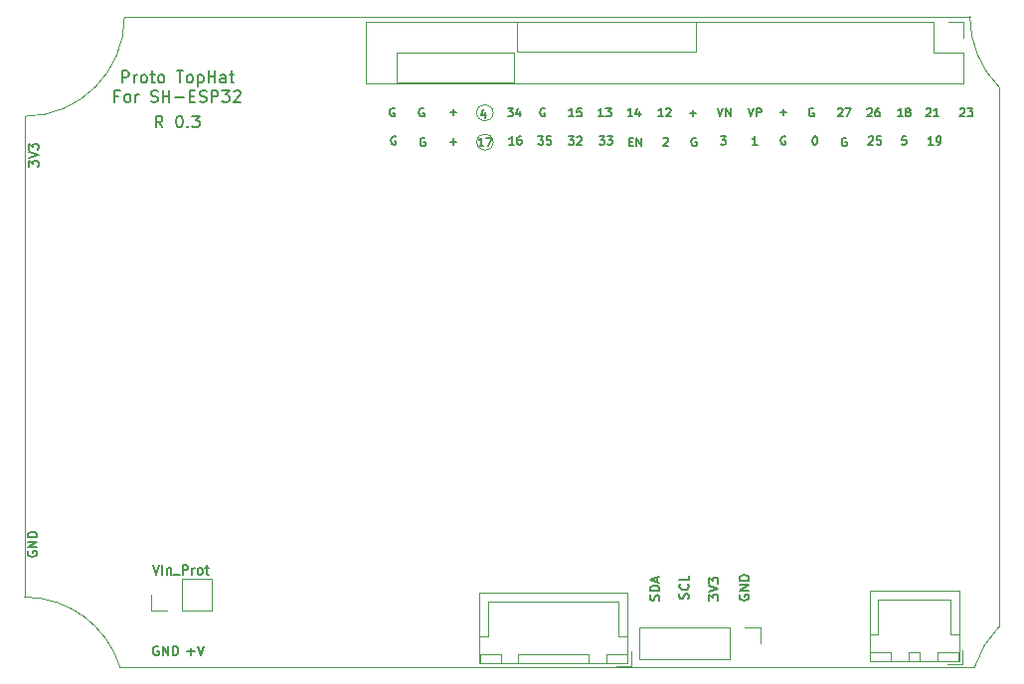
<source format=gbr>
%TF.GenerationSoftware,KiCad,Pcbnew,(5.1.9-0-10_14)*%
%TF.CreationDate,2021-01-29T17:32:38+02:00*%
%TF.ProjectId,SH-ESP32-HAT-Proto,53482d45-5350-4333-922d-4841542d5072,0.1.0*%
%TF.SameCoordinates,Original*%
%TF.FileFunction,Legend,Top*%
%TF.FilePolarity,Positive*%
%FSLAX46Y46*%
G04 Gerber Fmt 4.6, Leading zero omitted, Abs format (unit mm)*
G04 Created by KiCad (PCBNEW (5.1.9-0-10_14)) date 2021-01-29 17:32:38*
%MOMM*%
%LPD*%
G01*
G04 APERTURE LIST*
%TA.AperFunction,Profile*%
%ADD10C,0.050000*%
%TD*%
%ADD11C,0.160000*%
%ADD12C,0.120000*%
G04 APERTURE END LIST*
D10*
X171989592Y-63010408D02*
X172000000Y-109000000D01*
D11*
X149900000Y-106309523D02*
X149861904Y-106385714D01*
X149861904Y-106500000D01*
X149900000Y-106614285D01*
X149976190Y-106690476D01*
X150052380Y-106728571D01*
X150204761Y-106766666D01*
X150319047Y-106766666D01*
X150471428Y-106728571D01*
X150547619Y-106690476D01*
X150623809Y-106614285D01*
X150661904Y-106500000D01*
X150661904Y-106423809D01*
X150623809Y-106309523D01*
X150585714Y-106271428D01*
X150319047Y-106271428D01*
X150319047Y-106423809D01*
X150661904Y-105928571D02*
X149861904Y-105928571D01*
X150661904Y-105471428D01*
X149861904Y-105471428D01*
X150661904Y-105090476D02*
X149861904Y-105090476D01*
X149861904Y-104900000D01*
X149900000Y-104785714D01*
X149976190Y-104709523D01*
X150052380Y-104671428D01*
X150204761Y-104633333D01*
X150319047Y-104633333D01*
X150471428Y-104671428D01*
X150547619Y-104709523D01*
X150623809Y-104785714D01*
X150661904Y-104900000D01*
X150661904Y-105090476D01*
X147261904Y-106790476D02*
X147261904Y-106295238D01*
X147566666Y-106561904D01*
X147566666Y-106447619D01*
X147604761Y-106371428D01*
X147642857Y-106333333D01*
X147719047Y-106295238D01*
X147909523Y-106295238D01*
X147985714Y-106333333D01*
X148023809Y-106371428D01*
X148061904Y-106447619D01*
X148061904Y-106676190D01*
X148023809Y-106752380D01*
X147985714Y-106790476D01*
X147261904Y-106066666D02*
X148061904Y-105800000D01*
X147261904Y-105533333D01*
X147261904Y-105342857D02*
X147261904Y-104847619D01*
X147566666Y-105114285D01*
X147566666Y-105000000D01*
X147604761Y-104923809D01*
X147642857Y-104885714D01*
X147719047Y-104847619D01*
X147909523Y-104847619D01*
X147985714Y-104885714D01*
X148023809Y-104923809D01*
X148061904Y-105000000D01*
X148061904Y-105228571D01*
X148023809Y-105304761D01*
X147985714Y-105342857D01*
X145523809Y-106652380D02*
X145561904Y-106538095D01*
X145561904Y-106347619D01*
X145523809Y-106271428D01*
X145485714Y-106233333D01*
X145409523Y-106195238D01*
X145333333Y-106195238D01*
X145257142Y-106233333D01*
X145219047Y-106271428D01*
X145180952Y-106347619D01*
X145142857Y-106500000D01*
X145104761Y-106576190D01*
X145066666Y-106614285D01*
X144990476Y-106652380D01*
X144914285Y-106652380D01*
X144838095Y-106614285D01*
X144800000Y-106576190D01*
X144761904Y-106500000D01*
X144761904Y-106309523D01*
X144800000Y-106195238D01*
X145485714Y-105395238D02*
X145523809Y-105433333D01*
X145561904Y-105547619D01*
X145561904Y-105623809D01*
X145523809Y-105738095D01*
X145447619Y-105814285D01*
X145371428Y-105852380D01*
X145219047Y-105890476D01*
X145104761Y-105890476D01*
X144952380Y-105852380D01*
X144876190Y-105814285D01*
X144800000Y-105738095D01*
X144761904Y-105623809D01*
X144761904Y-105547619D01*
X144800000Y-105433333D01*
X144838095Y-105395238D01*
X145561904Y-104671428D02*
X145561904Y-105052380D01*
X144761904Y-105052380D01*
X143023809Y-106771428D02*
X143061904Y-106657142D01*
X143061904Y-106466666D01*
X143023809Y-106390476D01*
X142985714Y-106352380D01*
X142909523Y-106314285D01*
X142833333Y-106314285D01*
X142757142Y-106352380D01*
X142719047Y-106390476D01*
X142680952Y-106466666D01*
X142642857Y-106619047D01*
X142604761Y-106695238D01*
X142566666Y-106733333D01*
X142490476Y-106771428D01*
X142414285Y-106771428D01*
X142338095Y-106733333D01*
X142300000Y-106695238D01*
X142261904Y-106619047D01*
X142261904Y-106428571D01*
X142300000Y-106314285D01*
X143061904Y-105971428D02*
X142261904Y-105971428D01*
X142261904Y-105780952D01*
X142300000Y-105666666D01*
X142376190Y-105590476D01*
X142452380Y-105552380D01*
X142604761Y-105514285D01*
X142719047Y-105514285D01*
X142871428Y-105552380D01*
X142947619Y-105590476D01*
X143023809Y-105666666D01*
X143061904Y-105780952D01*
X143061904Y-105971428D01*
X142833333Y-105209523D02*
X142833333Y-104828571D01*
X143061904Y-105285714D02*
X142261904Y-105019047D01*
X143061904Y-104752380D01*
D10*
X89000000Y-106499081D02*
G75*
G02*
X97125000Y-112500000I0J-8500919D01*
G01*
D11*
X128233333Y-65150000D02*
X128233333Y-65616666D01*
X128066666Y-64883333D02*
X127900000Y-65383333D01*
X128333333Y-65383333D01*
X130133333Y-64816666D02*
X130566666Y-64816666D01*
X130333333Y-65083333D01*
X130433333Y-65083333D01*
X130500000Y-65116666D01*
X130533333Y-65150000D01*
X130566666Y-65216666D01*
X130566666Y-65383333D01*
X130533333Y-65450000D01*
X130500000Y-65483333D01*
X130433333Y-65516666D01*
X130233333Y-65516666D01*
X130166666Y-65483333D01*
X130133333Y-65450000D01*
X131166666Y-65050000D02*
X131166666Y-65516666D01*
X131000000Y-64783333D02*
X130833333Y-65283333D01*
X131266666Y-65283333D01*
X148000000Y-64816666D02*
X148233333Y-65516666D01*
X148466666Y-64816666D01*
X148700000Y-65516666D02*
X148700000Y-64816666D01*
X149100000Y-65516666D01*
X149100000Y-64816666D01*
X156183333Y-64850000D02*
X156116666Y-64816666D01*
X156016666Y-64816666D01*
X155916666Y-64850000D01*
X155850000Y-64916666D01*
X155816666Y-64983333D01*
X155783333Y-65116666D01*
X155783333Y-65216666D01*
X155816666Y-65350000D01*
X155850000Y-65416666D01*
X155916666Y-65483333D01*
X156016666Y-65516666D01*
X156083333Y-65516666D01*
X156183333Y-65483333D01*
X156216666Y-65450000D01*
X156216666Y-65216666D01*
X156083333Y-65216666D01*
X150616666Y-64816666D02*
X150850000Y-65516666D01*
X151083333Y-64816666D01*
X151316666Y-65516666D02*
X151316666Y-64816666D01*
X151583333Y-64816666D01*
X151650000Y-64850000D01*
X151683333Y-64883333D01*
X151716666Y-64950000D01*
X151716666Y-65050000D01*
X151683333Y-65116666D01*
X151650000Y-65150000D01*
X151583333Y-65183333D01*
X151316666Y-65183333D01*
X160766666Y-64883333D02*
X160800000Y-64850000D01*
X160866666Y-64816666D01*
X161033333Y-64816666D01*
X161100000Y-64850000D01*
X161133333Y-64883333D01*
X161166666Y-64950000D01*
X161166666Y-65016666D01*
X161133333Y-65116666D01*
X160733333Y-65516666D01*
X161166666Y-65516666D01*
X161766666Y-64816666D02*
X161633333Y-64816666D01*
X161566666Y-64850000D01*
X161533333Y-64883333D01*
X161466666Y-64983333D01*
X161433333Y-65116666D01*
X161433333Y-65383333D01*
X161466666Y-65450000D01*
X161500000Y-65483333D01*
X161566666Y-65516666D01*
X161700000Y-65516666D01*
X161766666Y-65483333D01*
X161800000Y-65450000D01*
X161833333Y-65383333D01*
X161833333Y-65216666D01*
X161800000Y-65150000D01*
X161766666Y-65116666D01*
X161700000Y-65083333D01*
X161566666Y-65083333D01*
X161500000Y-65116666D01*
X161466666Y-65150000D01*
X161433333Y-65216666D01*
X143366666Y-65516666D02*
X142966666Y-65516666D01*
X143166666Y-65516666D02*
X143166666Y-64816666D01*
X143100000Y-64916666D01*
X143033333Y-64983333D01*
X142966666Y-65016666D01*
X143633333Y-64883333D02*
X143666666Y-64850000D01*
X143733333Y-64816666D01*
X143900000Y-64816666D01*
X143966666Y-64850000D01*
X144000000Y-64883333D01*
X144033333Y-64950000D01*
X144033333Y-65016666D01*
X144000000Y-65116666D01*
X143600000Y-65516666D01*
X144033333Y-65516666D01*
X145633333Y-65250000D02*
X146166666Y-65250000D01*
X145900000Y-65516666D02*
X145900000Y-64983333D01*
X138266666Y-65516666D02*
X137866666Y-65516666D01*
X138066666Y-65516666D02*
X138066666Y-64816666D01*
X138000000Y-64916666D01*
X137933333Y-64983333D01*
X137866666Y-65016666D01*
X138500000Y-64816666D02*
X138933333Y-64816666D01*
X138700000Y-65083333D01*
X138800000Y-65083333D01*
X138866666Y-65116666D01*
X138900000Y-65150000D01*
X138933333Y-65216666D01*
X138933333Y-65383333D01*
X138900000Y-65450000D01*
X138866666Y-65483333D01*
X138800000Y-65516666D01*
X138600000Y-65516666D01*
X138533333Y-65483333D01*
X138500000Y-65450000D01*
X153333333Y-65150000D02*
X153866666Y-65150000D01*
X153600000Y-65416666D02*
X153600000Y-64883333D01*
X163766666Y-65516666D02*
X163366666Y-65516666D01*
X163566666Y-65516666D02*
X163566666Y-64816666D01*
X163500000Y-64916666D01*
X163433333Y-64983333D01*
X163366666Y-65016666D01*
X164166666Y-65116666D02*
X164100000Y-65083333D01*
X164066666Y-65050000D01*
X164033333Y-64983333D01*
X164033333Y-64950000D01*
X164066666Y-64883333D01*
X164100000Y-64850000D01*
X164166666Y-64816666D01*
X164300000Y-64816666D01*
X164366666Y-64850000D01*
X164400000Y-64883333D01*
X164433333Y-64950000D01*
X164433333Y-64983333D01*
X164400000Y-65050000D01*
X164366666Y-65083333D01*
X164300000Y-65116666D01*
X164166666Y-65116666D01*
X164100000Y-65150000D01*
X164066666Y-65183333D01*
X164033333Y-65250000D01*
X164033333Y-65383333D01*
X164066666Y-65450000D01*
X164100000Y-65483333D01*
X164166666Y-65516666D01*
X164300000Y-65516666D01*
X164366666Y-65483333D01*
X164400000Y-65450000D01*
X164433333Y-65383333D01*
X164433333Y-65250000D01*
X164400000Y-65183333D01*
X164366666Y-65150000D01*
X164300000Y-65116666D01*
X165766666Y-64883333D02*
X165800000Y-64850000D01*
X165866666Y-64816666D01*
X166033333Y-64816666D01*
X166100000Y-64850000D01*
X166133333Y-64883333D01*
X166166666Y-64950000D01*
X166166666Y-65016666D01*
X166133333Y-65116666D01*
X165733333Y-65516666D01*
X166166666Y-65516666D01*
X166833333Y-65516666D02*
X166433333Y-65516666D01*
X166633333Y-65516666D02*
X166633333Y-64816666D01*
X166566666Y-64916666D01*
X166500000Y-64983333D01*
X166433333Y-65016666D01*
X158266666Y-64883333D02*
X158300000Y-64850000D01*
X158366666Y-64816666D01*
X158533333Y-64816666D01*
X158600000Y-64850000D01*
X158633333Y-64883333D01*
X158666666Y-64950000D01*
X158666666Y-65016666D01*
X158633333Y-65116666D01*
X158233333Y-65516666D01*
X158666666Y-65516666D01*
X158900000Y-64816666D02*
X159366666Y-64816666D01*
X159066666Y-65516666D01*
X133283333Y-64850000D02*
X133216666Y-64816666D01*
X133116666Y-64816666D01*
X133016666Y-64850000D01*
X132950000Y-64916666D01*
X132916666Y-64983333D01*
X132883333Y-65116666D01*
X132883333Y-65216666D01*
X132916666Y-65350000D01*
X132950000Y-65416666D01*
X133016666Y-65483333D01*
X133116666Y-65516666D01*
X133183333Y-65516666D01*
X133283333Y-65483333D01*
X133316666Y-65450000D01*
X133316666Y-65216666D01*
X133183333Y-65216666D01*
X135766666Y-65516666D02*
X135366666Y-65516666D01*
X135566666Y-65516666D02*
X135566666Y-64816666D01*
X135500000Y-64916666D01*
X135433333Y-64983333D01*
X135366666Y-65016666D01*
X136400000Y-64816666D02*
X136066666Y-64816666D01*
X136033333Y-65150000D01*
X136066666Y-65116666D01*
X136133333Y-65083333D01*
X136300000Y-65083333D01*
X136366666Y-65116666D01*
X136400000Y-65150000D01*
X136433333Y-65216666D01*
X136433333Y-65383333D01*
X136400000Y-65450000D01*
X136366666Y-65483333D01*
X136300000Y-65516666D01*
X136133333Y-65516666D01*
X136066666Y-65483333D01*
X136033333Y-65450000D01*
X140766666Y-65516666D02*
X140366666Y-65516666D01*
X140566666Y-65516666D02*
X140566666Y-64816666D01*
X140500000Y-64916666D01*
X140433333Y-64983333D01*
X140366666Y-65016666D01*
X141366666Y-65050000D02*
X141366666Y-65516666D01*
X141200000Y-64783333D02*
X141033333Y-65283333D01*
X141466666Y-65283333D01*
D12*
X128900000Y-65200000D02*
G75*
G03*
X128900000Y-65200000I-700000J0D01*
G01*
D11*
X166366666Y-67916666D02*
X165966666Y-67916666D01*
X166166666Y-67916666D02*
X166166666Y-67216666D01*
X166100000Y-67316666D01*
X166033333Y-67383333D01*
X165966666Y-67416666D01*
X166700000Y-67916666D02*
X166833333Y-67916666D01*
X166900000Y-67883333D01*
X166933333Y-67850000D01*
X167000000Y-67750000D01*
X167033333Y-67616666D01*
X167033333Y-67350000D01*
X167000000Y-67283333D01*
X166966666Y-67250000D01*
X166900000Y-67216666D01*
X166766666Y-67216666D01*
X166700000Y-67250000D01*
X166666666Y-67283333D01*
X166633333Y-67350000D01*
X166633333Y-67516666D01*
X166666666Y-67583333D01*
X166700000Y-67616666D01*
X166766666Y-67650000D01*
X166900000Y-67650000D01*
X166966666Y-67616666D01*
X167000000Y-67583333D01*
X167033333Y-67516666D01*
X164066666Y-67216666D02*
X163733333Y-67216666D01*
X163700000Y-67550000D01*
X163733333Y-67516666D01*
X163800000Y-67483333D01*
X163966666Y-67483333D01*
X164033333Y-67516666D01*
X164066666Y-67550000D01*
X164100000Y-67616666D01*
X164100000Y-67783333D01*
X164066666Y-67850000D01*
X164033333Y-67883333D01*
X163966666Y-67916666D01*
X163800000Y-67916666D01*
X163733333Y-67883333D01*
X163700000Y-67850000D01*
X160866666Y-67283333D02*
X160900000Y-67250000D01*
X160966666Y-67216666D01*
X161133333Y-67216666D01*
X161200000Y-67250000D01*
X161233333Y-67283333D01*
X161266666Y-67350000D01*
X161266666Y-67416666D01*
X161233333Y-67516666D01*
X160833333Y-67916666D01*
X161266666Y-67916666D01*
X161900000Y-67216666D02*
X161566666Y-67216666D01*
X161533333Y-67550000D01*
X161566666Y-67516666D01*
X161633333Y-67483333D01*
X161800000Y-67483333D01*
X161866666Y-67516666D01*
X161900000Y-67550000D01*
X161933333Y-67616666D01*
X161933333Y-67783333D01*
X161900000Y-67850000D01*
X161866666Y-67883333D01*
X161800000Y-67916666D01*
X161633333Y-67916666D01*
X161566666Y-67883333D01*
X161533333Y-67850000D01*
X158983333Y-67350000D02*
X158916666Y-67316666D01*
X158816666Y-67316666D01*
X158716666Y-67350000D01*
X158650000Y-67416666D01*
X158616666Y-67483333D01*
X158583333Y-67616666D01*
X158583333Y-67716666D01*
X158616666Y-67850000D01*
X158650000Y-67916666D01*
X158716666Y-67983333D01*
X158816666Y-68016666D01*
X158883333Y-68016666D01*
X158983333Y-67983333D01*
X159016666Y-67950000D01*
X159016666Y-67716666D01*
X158883333Y-67716666D01*
X156266666Y-67216666D02*
X156333333Y-67216666D01*
X156400000Y-67250000D01*
X156433333Y-67283333D01*
X156466666Y-67350000D01*
X156500000Y-67483333D01*
X156500000Y-67650000D01*
X156466666Y-67783333D01*
X156433333Y-67850000D01*
X156400000Y-67883333D01*
X156333333Y-67916666D01*
X156266666Y-67916666D01*
X156200000Y-67883333D01*
X156166666Y-67850000D01*
X156133333Y-67783333D01*
X156100000Y-67650000D01*
X156100000Y-67483333D01*
X156133333Y-67350000D01*
X156166666Y-67283333D01*
X156200000Y-67250000D01*
X156266666Y-67216666D01*
X153783333Y-67250000D02*
X153716666Y-67216666D01*
X153616666Y-67216666D01*
X153516666Y-67250000D01*
X153450000Y-67316666D01*
X153416666Y-67383333D01*
X153383333Y-67516666D01*
X153383333Y-67616666D01*
X153416666Y-67750000D01*
X153450000Y-67816666D01*
X153516666Y-67883333D01*
X153616666Y-67916666D01*
X153683333Y-67916666D01*
X153783333Y-67883333D01*
X153816666Y-67850000D01*
X153816666Y-67616666D01*
X153683333Y-67616666D01*
X151400000Y-67916666D02*
X151000000Y-67916666D01*
X151200000Y-67916666D02*
X151200000Y-67216666D01*
X151133333Y-67316666D01*
X151066666Y-67383333D01*
X151000000Y-67416666D01*
X146183333Y-67350000D02*
X146116666Y-67316666D01*
X146016666Y-67316666D01*
X145916666Y-67350000D01*
X145850000Y-67416666D01*
X145816666Y-67483333D01*
X145783333Y-67616666D01*
X145783333Y-67716666D01*
X145816666Y-67850000D01*
X145850000Y-67916666D01*
X145916666Y-67983333D01*
X146016666Y-68016666D01*
X146083333Y-68016666D01*
X146183333Y-67983333D01*
X146216666Y-67950000D01*
X146216666Y-67716666D01*
X146083333Y-67716666D01*
X148266666Y-67216666D02*
X148700000Y-67216666D01*
X148466666Y-67483333D01*
X148566666Y-67483333D01*
X148633333Y-67516666D01*
X148666666Y-67550000D01*
X148700000Y-67616666D01*
X148700000Y-67783333D01*
X148666666Y-67850000D01*
X148633333Y-67883333D01*
X148566666Y-67916666D01*
X148366666Y-67916666D01*
X148300000Y-67883333D01*
X148266666Y-67850000D01*
X143400000Y-67383333D02*
X143433333Y-67350000D01*
X143500000Y-67316666D01*
X143666666Y-67316666D01*
X143733333Y-67350000D01*
X143766666Y-67383333D01*
X143800000Y-67450000D01*
X143800000Y-67516666D01*
X143766666Y-67616666D01*
X143366666Y-68016666D01*
X143800000Y-68016666D01*
X140483333Y-67650000D02*
X140716666Y-67650000D01*
X140816666Y-68016666D02*
X140483333Y-68016666D01*
X140483333Y-67316666D01*
X140816666Y-67316666D01*
X141116666Y-68016666D02*
X141116666Y-67316666D01*
X141516666Y-68016666D01*
X141516666Y-67316666D01*
X137933333Y-67216666D02*
X138366666Y-67216666D01*
X138133333Y-67483333D01*
X138233333Y-67483333D01*
X138300000Y-67516666D01*
X138333333Y-67550000D01*
X138366666Y-67616666D01*
X138366666Y-67783333D01*
X138333333Y-67850000D01*
X138300000Y-67883333D01*
X138233333Y-67916666D01*
X138033333Y-67916666D01*
X137966666Y-67883333D01*
X137933333Y-67850000D01*
X138600000Y-67216666D02*
X139033333Y-67216666D01*
X138800000Y-67483333D01*
X138900000Y-67483333D01*
X138966666Y-67516666D01*
X139000000Y-67550000D01*
X139033333Y-67616666D01*
X139033333Y-67783333D01*
X139000000Y-67850000D01*
X138966666Y-67883333D01*
X138900000Y-67916666D01*
X138700000Y-67916666D01*
X138633333Y-67883333D01*
X138600000Y-67850000D01*
X135333333Y-67216666D02*
X135766666Y-67216666D01*
X135533333Y-67483333D01*
X135633333Y-67483333D01*
X135700000Y-67516666D01*
X135733333Y-67550000D01*
X135766666Y-67616666D01*
X135766666Y-67783333D01*
X135733333Y-67850000D01*
X135700000Y-67883333D01*
X135633333Y-67916666D01*
X135433333Y-67916666D01*
X135366666Y-67883333D01*
X135333333Y-67850000D01*
X136033333Y-67283333D02*
X136066666Y-67250000D01*
X136133333Y-67216666D01*
X136300000Y-67216666D01*
X136366666Y-67250000D01*
X136400000Y-67283333D01*
X136433333Y-67350000D01*
X136433333Y-67416666D01*
X136400000Y-67516666D01*
X136000000Y-67916666D01*
X136433333Y-67916666D01*
X132733333Y-67216666D02*
X133166666Y-67216666D01*
X132933333Y-67483333D01*
X133033333Y-67483333D01*
X133100000Y-67516666D01*
X133133333Y-67550000D01*
X133166666Y-67616666D01*
X133166666Y-67783333D01*
X133133333Y-67850000D01*
X133100000Y-67883333D01*
X133033333Y-67916666D01*
X132833333Y-67916666D01*
X132766666Y-67883333D01*
X132733333Y-67850000D01*
X133800000Y-67216666D02*
X133466666Y-67216666D01*
X133433333Y-67550000D01*
X133466666Y-67516666D01*
X133533333Y-67483333D01*
X133700000Y-67483333D01*
X133766666Y-67516666D01*
X133800000Y-67550000D01*
X133833333Y-67616666D01*
X133833333Y-67783333D01*
X133800000Y-67850000D01*
X133766666Y-67883333D01*
X133700000Y-67916666D01*
X133533333Y-67916666D01*
X133466666Y-67883333D01*
X133433333Y-67850000D01*
X130666666Y-67916666D02*
X130266666Y-67916666D01*
X130466666Y-67916666D02*
X130466666Y-67216666D01*
X130400000Y-67316666D01*
X130333333Y-67383333D01*
X130266666Y-67416666D01*
X131266666Y-67216666D02*
X131133333Y-67216666D01*
X131066666Y-67250000D01*
X131033333Y-67283333D01*
X130966666Y-67383333D01*
X130933333Y-67516666D01*
X130933333Y-67783333D01*
X130966666Y-67850000D01*
X131000000Y-67883333D01*
X131066666Y-67916666D01*
X131200000Y-67916666D01*
X131266666Y-67883333D01*
X131300000Y-67850000D01*
X131333333Y-67783333D01*
X131333333Y-67616666D01*
X131300000Y-67550000D01*
X131266666Y-67516666D01*
X131200000Y-67483333D01*
X131066666Y-67483333D01*
X131000000Y-67516666D01*
X130966666Y-67550000D01*
X130933333Y-67616666D01*
X168666666Y-64883333D02*
X168700000Y-64850000D01*
X168766666Y-64816666D01*
X168933333Y-64816666D01*
X169000000Y-64850000D01*
X169033333Y-64883333D01*
X169066666Y-64950000D01*
X169066666Y-65016666D01*
X169033333Y-65116666D01*
X168633333Y-65516666D01*
X169066666Y-65516666D01*
X169300000Y-64816666D02*
X169733333Y-64816666D01*
X169500000Y-65083333D01*
X169600000Y-65083333D01*
X169666666Y-65116666D01*
X169700000Y-65150000D01*
X169733333Y-65216666D01*
X169733333Y-65383333D01*
X169700000Y-65450000D01*
X169666666Y-65483333D01*
X169600000Y-65516666D01*
X169400000Y-65516666D01*
X169333333Y-65483333D01*
X169300000Y-65450000D01*
D12*
X128900000Y-67700000D02*
G75*
G03*
X128900000Y-67700000I-700000J0D01*
G01*
D11*
X125233333Y-67650000D02*
X125766666Y-67650000D01*
X125500000Y-67916666D02*
X125500000Y-67383333D01*
X123083333Y-67350000D02*
X123016666Y-67316666D01*
X122916666Y-67316666D01*
X122816666Y-67350000D01*
X122750000Y-67416666D01*
X122716666Y-67483333D01*
X122683333Y-67616666D01*
X122683333Y-67716666D01*
X122716666Y-67850000D01*
X122750000Y-67916666D01*
X122816666Y-67983333D01*
X122916666Y-68016666D01*
X122983333Y-68016666D01*
X123083333Y-67983333D01*
X123116666Y-67950000D01*
X123116666Y-67716666D01*
X122983333Y-67716666D01*
X120583333Y-67250000D02*
X120516666Y-67216666D01*
X120416666Y-67216666D01*
X120316666Y-67250000D01*
X120250000Y-67316666D01*
X120216666Y-67383333D01*
X120183333Y-67516666D01*
X120183333Y-67616666D01*
X120216666Y-67750000D01*
X120250000Y-67816666D01*
X120316666Y-67883333D01*
X120416666Y-67916666D01*
X120483333Y-67916666D01*
X120583333Y-67883333D01*
X120616666Y-67850000D01*
X120616666Y-67616666D01*
X120483333Y-67616666D01*
X122983333Y-64850000D02*
X122916666Y-64816666D01*
X122816666Y-64816666D01*
X122716666Y-64850000D01*
X122650000Y-64916666D01*
X122616666Y-64983333D01*
X122583333Y-65116666D01*
X122583333Y-65216666D01*
X122616666Y-65350000D01*
X122650000Y-65416666D01*
X122716666Y-65483333D01*
X122816666Y-65516666D01*
X122883333Y-65516666D01*
X122983333Y-65483333D01*
X123016666Y-65450000D01*
X123016666Y-65216666D01*
X122883333Y-65216666D01*
D10*
X89000000Y-106500000D02*
X89000000Y-103000000D01*
X127000000Y-112500000D02*
X97125000Y-112500000D01*
D11*
X89361904Y-69790476D02*
X89361904Y-69295238D01*
X89666666Y-69561904D01*
X89666666Y-69447619D01*
X89704761Y-69371428D01*
X89742857Y-69333333D01*
X89819047Y-69295238D01*
X90009523Y-69295238D01*
X90085714Y-69333333D01*
X90123809Y-69371428D01*
X90161904Y-69447619D01*
X90161904Y-69676190D01*
X90123809Y-69752380D01*
X90085714Y-69790476D01*
X89361904Y-69066666D02*
X90161904Y-68800000D01*
X89361904Y-68533333D01*
X89361904Y-68342857D02*
X89361904Y-67847619D01*
X89666666Y-68114285D01*
X89666666Y-68000000D01*
X89704761Y-67923809D01*
X89742857Y-67885714D01*
X89819047Y-67847619D01*
X90009523Y-67847619D01*
X90085714Y-67885714D01*
X90123809Y-67923809D01*
X90161904Y-68000000D01*
X90161904Y-68228571D01*
X90123809Y-68304761D01*
X90085714Y-68342857D01*
X89300000Y-102609523D02*
X89261904Y-102685714D01*
X89261904Y-102800000D01*
X89300000Y-102914285D01*
X89376190Y-102990476D01*
X89452380Y-103028571D01*
X89604761Y-103066666D01*
X89719047Y-103066666D01*
X89871428Y-103028571D01*
X89947619Y-102990476D01*
X90023809Y-102914285D01*
X90061904Y-102800000D01*
X90061904Y-102723809D01*
X90023809Y-102609523D01*
X89985714Y-102571428D01*
X89719047Y-102571428D01*
X89719047Y-102723809D01*
X90061904Y-102228571D02*
X89261904Y-102228571D01*
X90061904Y-101771428D01*
X89261904Y-101771428D01*
X90061904Y-101390476D02*
X89261904Y-101390476D01*
X89261904Y-101200000D01*
X89300000Y-101085714D01*
X89376190Y-101009523D01*
X89452380Y-100971428D01*
X89604761Y-100933333D01*
X89719047Y-100933333D01*
X89871428Y-100971428D01*
X89947619Y-101009523D01*
X90023809Y-101085714D01*
X90061904Y-101200000D01*
X90061904Y-101390476D01*
X100738095Y-66452380D02*
X100404761Y-65976190D01*
X100166666Y-66452380D02*
X100166666Y-65452380D01*
X100547619Y-65452380D01*
X100642857Y-65500000D01*
X100690476Y-65547619D01*
X100738095Y-65642857D01*
X100738095Y-65785714D01*
X100690476Y-65880952D01*
X100642857Y-65928571D01*
X100547619Y-65976190D01*
X100166666Y-65976190D01*
X102119047Y-65452380D02*
X102214285Y-65452380D01*
X102309523Y-65500000D01*
X102357142Y-65547619D01*
X102404761Y-65642857D01*
X102452380Y-65833333D01*
X102452380Y-66071428D01*
X102404761Y-66261904D01*
X102357142Y-66357142D01*
X102309523Y-66404761D01*
X102214285Y-66452380D01*
X102119047Y-66452380D01*
X102023809Y-66404761D01*
X101976190Y-66357142D01*
X101928571Y-66261904D01*
X101880952Y-66071428D01*
X101880952Y-65833333D01*
X101928571Y-65642857D01*
X101976190Y-65547619D01*
X102023809Y-65500000D01*
X102119047Y-65452380D01*
X102880952Y-66357142D02*
X102928571Y-66404761D01*
X102880952Y-66452380D01*
X102833333Y-66404761D01*
X102880952Y-66357142D01*
X102880952Y-66452380D01*
X103261904Y-65452380D02*
X103880952Y-65452380D01*
X103547619Y-65833333D01*
X103690476Y-65833333D01*
X103785714Y-65880952D01*
X103833333Y-65928571D01*
X103880952Y-66023809D01*
X103880952Y-66261904D01*
X103833333Y-66357142D01*
X103785714Y-66404761D01*
X103690476Y-66452380D01*
X103404761Y-66452380D01*
X103309523Y-66404761D01*
X103261904Y-66357142D01*
X97309523Y-62622380D02*
X97309523Y-61622380D01*
X97690476Y-61622380D01*
X97785714Y-61670000D01*
X97833333Y-61717619D01*
X97880952Y-61812857D01*
X97880952Y-61955714D01*
X97833333Y-62050952D01*
X97785714Y-62098571D01*
X97690476Y-62146190D01*
X97309523Y-62146190D01*
X98309523Y-62622380D02*
X98309523Y-61955714D01*
X98309523Y-62146190D02*
X98357142Y-62050952D01*
X98404761Y-62003333D01*
X98500000Y-61955714D01*
X98595238Y-61955714D01*
X99071428Y-62622380D02*
X98976190Y-62574761D01*
X98928571Y-62527142D01*
X98880952Y-62431904D01*
X98880952Y-62146190D01*
X98928571Y-62050952D01*
X98976190Y-62003333D01*
X99071428Y-61955714D01*
X99214285Y-61955714D01*
X99309523Y-62003333D01*
X99357142Y-62050952D01*
X99404761Y-62146190D01*
X99404761Y-62431904D01*
X99357142Y-62527142D01*
X99309523Y-62574761D01*
X99214285Y-62622380D01*
X99071428Y-62622380D01*
X99690476Y-61955714D02*
X100071428Y-61955714D01*
X99833333Y-61622380D02*
X99833333Y-62479523D01*
X99880952Y-62574761D01*
X99976190Y-62622380D01*
X100071428Y-62622380D01*
X100547619Y-62622380D02*
X100452380Y-62574761D01*
X100404761Y-62527142D01*
X100357142Y-62431904D01*
X100357142Y-62146190D01*
X100404761Y-62050952D01*
X100452380Y-62003333D01*
X100547619Y-61955714D01*
X100690476Y-61955714D01*
X100785714Y-62003333D01*
X100833333Y-62050952D01*
X100880952Y-62146190D01*
X100880952Y-62431904D01*
X100833333Y-62527142D01*
X100785714Y-62574761D01*
X100690476Y-62622380D01*
X100547619Y-62622380D01*
X101928571Y-61622380D02*
X102500000Y-61622380D01*
X102214285Y-62622380D02*
X102214285Y-61622380D01*
X102976190Y-62622380D02*
X102880952Y-62574761D01*
X102833333Y-62527142D01*
X102785714Y-62431904D01*
X102785714Y-62146190D01*
X102833333Y-62050952D01*
X102880952Y-62003333D01*
X102976190Y-61955714D01*
X103119047Y-61955714D01*
X103214285Y-62003333D01*
X103261904Y-62050952D01*
X103309523Y-62146190D01*
X103309523Y-62431904D01*
X103261904Y-62527142D01*
X103214285Y-62574761D01*
X103119047Y-62622380D01*
X102976190Y-62622380D01*
X103738095Y-61955714D02*
X103738095Y-62955714D01*
X103738095Y-62003333D02*
X103833333Y-61955714D01*
X104023809Y-61955714D01*
X104119047Y-62003333D01*
X104166666Y-62050952D01*
X104214285Y-62146190D01*
X104214285Y-62431904D01*
X104166666Y-62527142D01*
X104119047Y-62574761D01*
X104023809Y-62622380D01*
X103833333Y-62622380D01*
X103738095Y-62574761D01*
X104642857Y-62622380D02*
X104642857Y-61622380D01*
X104642857Y-62098571D02*
X105214285Y-62098571D01*
X105214285Y-62622380D02*
X105214285Y-61622380D01*
X106119047Y-62622380D02*
X106119047Y-62098571D01*
X106071428Y-62003333D01*
X105976190Y-61955714D01*
X105785714Y-61955714D01*
X105690476Y-62003333D01*
X106119047Y-62574761D02*
X106023809Y-62622380D01*
X105785714Y-62622380D01*
X105690476Y-62574761D01*
X105642857Y-62479523D01*
X105642857Y-62384285D01*
X105690476Y-62289047D01*
X105785714Y-62241428D01*
X106023809Y-62241428D01*
X106119047Y-62193809D01*
X106452380Y-61955714D02*
X106833333Y-61955714D01*
X106595238Y-61622380D02*
X106595238Y-62479523D01*
X106642857Y-62574761D01*
X106738095Y-62622380D01*
X106833333Y-62622380D01*
X97000000Y-63758571D02*
X96666666Y-63758571D01*
X96666666Y-64282380D02*
X96666666Y-63282380D01*
X97142857Y-63282380D01*
X97666666Y-64282380D02*
X97571428Y-64234761D01*
X97523809Y-64187142D01*
X97476190Y-64091904D01*
X97476190Y-63806190D01*
X97523809Y-63710952D01*
X97571428Y-63663333D01*
X97666666Y-63615714D01*
X97809523Y-63615714D01*
X97904761Y-63663333D01*
X97952380Y-63710952D01*
X98000000Y-63806190D01*
X98000000Y-64091904D01*
X97952380Y-64187142D01*
X97904761Y-64234761D01*
X97809523Y-64282380D01*
X97666666Y-64282380D01*
X98428571Y-64282380D02*
X98428571Y-63615714D01*
X98428571Y-63806190D02*
X98476190Y-63710952D01*
X98523809Y-63663333D01*
X98619047Y-63615714D01*
X98714285Y-63615714D01*
X99761904Y-64234761D02*
X99904761Y-64282380D01*
X100142857Y-64282380D01*
X100238095Y-64234761D01*
X100285714Y-64187142D01*
X100333333Y-64091904D01*
X100333333Y-63996666D01*
X100285714Y-63901428D01*
X100238095Y-63853809D01*
X100142857Y-63806190D01*
X99952380Y-63758571D01*
X99857142Y-63710952D01*
X99809523Y-63663333D01*
X99761904Y-63568095D01*
X99761904Y-63472857D01*
X99809523Y-63377619D01*
X99857142Y-63330000D01*
X99952380Y-63282380D01*
X100190476Y-63282380D01*
X100333333Y-63330000D01*
X100761904Y-64282380D02*
X100761904Y-63282380D01*
X100761904Y-63758571D02*
X101333333Y-63758571D01*
X101333333Y-64282380D02*
X101333333Y-63282380D01*
X101809523Y-63901428D02*
X102571428Y-63901428D01*
X103047619Y-63758571D02*
X103380952Y-63758571D01*
X103523809Y-64282380D02*
X103047619Y-64282380D01*
X103047619Y-63282380D01*
X103523809Y-63282380D01*
X103904761Y-64234761D02*
X104047619Y-64282380D01*
X104285714Y-64282380D01*
X104380952Y-64234761D01*
X104428571Y-64187142D01*
X104476190Y-64091904D01*
X104476190Y-63996666D01*
X104428571Y-63901428D01*
X104380952Y-63853809D01*
X104285714Y-63806190D01*
X104095238Y-63758571D01*
X104000000Y-63710952D01*
X103952380Y-63663333D01*
X103904761Y-63568095D01*
X103904761Y-63472857D01*
X103952380Y-63377619D01*
X104000000Y-63330000D01*
X104095238Y-63282380D01*
X104333333Y-63282380D01*
X104476190Y-63330000D01*
X104904761Y-64282380D02*
X104904761Y-63282380D01*
X105285714Y-63282380D01*
X105380952Y-63330000D01*
X105428571Y-63377619D01*
X105476190Y-63472857D01*
X105476190Y-63615714D01*
X105428571Y-63710952D01*
X105380952Y-63758571D01*
X105285714Y-63806190D01*
X104904761Y-63806190D01*
X105809523Y-63282380D02*
X106428571Y-63282380D01*
X106095238Y-63663333D01*
X106238095Y-63663333D01*
X106333333Y-63710952D01*
X106380952Y-63758571D01*
X106428571Y-63853809D01*
X106428571Y-64091904D01*
X106380952Y-64187142D01*
X106333333Y-64234761D01*
X106238095Y-64282380D01*
X105952380Y-64282380D01*
X105857142Y-64234761D01*
X105809523Y-64187142D01*
X106809523Y-63377619D02*
X106857142Y-63330000D01*
X106952380Y-63282380D01*
X107190476Y-63282380D01*
X107285714Y-63330000D01*
X107333333Y-63377619D01*
X107380952Y-63472857D01*
X107380952Y-63568095D01*
X107333333Y-63710952D01*
X106761904Y-64282380D01*
X107380952Y-64282380D01*
D10*
X127000000Y-112500000D02*
X153000000Y-112500000D01*
D11*
X102852380Y-111157142D02*
X103461904Y-111157142D01*
X103157142Y-111461904D02*
X103157142Y-110852380D01*
X103728571Y-110661904D02*
X103995238Y-111461904D01*
X104261904Y-110661904D01*
X99938095Y-103761904D02*
X100204761Y-104561904D01*
X100471428Y-103761904D01*
X100738095Y-104561904D02*
X100738095Y-103761904D01*
X101119047Y-104028571D02*
X101119047Y-104561904D01*
X101119047Y-104104761D02*
X101157142Y-104066666D01*
X101233333Y-104028571D01*
X101347619Y-104028571D01*
X101423809Y-104066666D01*
X101461904Y-104142857D01*
X101461904Y-104561904D01*
X101652380Y-104638095D02*
X102261904Y-104638095D01*
X102452380Y-104561904D02*
X102452380Y-103761904D01*
X102757142Y-103761904D01*
X102833333Y-103800000D01*
X102871428Y-103838095D01*
X102909523Y-103914285D01*
X102909523Y-104028571D01*
X102871428Y-104104761D01*
X102833333Y-104142857D01*
X102757142Y-104180952D01*
X102452380Y-104180952D01*
X103252380Y-104561904D02*
X103252380Y-104028571D01*
X103252380Y-104180952D02*
X103290476Y-104104761D01*
X103328571Y-104066666D01*
X103404761Y-104028571D01*
X103480952Y-104028571D01*
X103861904Y-104561904D02*
X103785714Y-104523809D01*
X103747619Y-104485714D01*
X103709523Y-104409523D01*
X103709523Y-104180952D01*
X103747619Y-104104761D01*
X103785714Y-104066666D01*
X103861904Y-104028571D01*
X103976190Y-104028571D01*
X104052380Y-104066666D01*
X104090476Y-104104761D01*
X104128571Y-104180952D01*
X104128571Y-104409523D01*
X104090476Y-104485714D01*
X104052380Y-104523809D01*
X103976190Y-104561904D01*
X103861904Y-104561904D01*
X104357142Y-104028571D02*
X104661904Y-104028571D01*
X104471428Y-103761904D02*
X104471428Y-104447619D01*
X104509523Y-104523809D01*
X104585714Y-104561904D01*
X104661904Y-104561904D01*
D10*
X153000000Y-112500000D02*
X169891435Y-112499765D01*
X153000000Y-112500000D02*
X153000000Y-112500000D01*
X169891436Y-112499765D02*
G75*
G02*
X172000000Y-109000000I8108564J-2500235D01*
G01*
X171989592Y-63010408D02*
G75*
G02*
X169500000Y-57000000I6010408J6010408D01*
G01*
X97500000Y-57000000D02*
G75*
G02*
X89000000Y-65500000I-8500000J0D01*
G01*
X169500000Y-57000000D02*
X97500000Y-57000000D01*
X89000000Y-65500000D02*
X89000000Y-103000000D01*
D12*
X130895000Y-59975000D02*
X130895000Y-57475000D01*
X146145000Y-59975000D02*
X130895000Y-59975000D01*
X146145000Y-57475000D02*
X146145000Y-59975000D01*
X130895000Y-57475000D02*
X146145000Y-57475000D01*
X130695000Y-62575000D02*
X120695000Y-62575000D01*
X130695000Y-60075000D02*
X130695000Y-62575000D01*
X120695000Y-60075000D02*
X130695000Y-60075000D01*
X120695000Y-62575000D02*
X120695000Y-60075000D01*
D11*
X125233333Y-65150000D02*
X125766666Y-65150000D01*
X125500000Y-65416666D02*
X125500000Y-64883333D01*
X120483333Y-64850000D02*
X120416666Y-64816666D01*
X120316666Y-64816666D01*
X120216666Y-64850000D01*
X120150000Y-64916666D01*
X120116666Y-64983333D01*
X120083333Y-65116666D01*
X120083333Y-65216666D01*
X120116666Y-65350000D01*
X120150000Y-65416666D01*
X120216666Y-65483333D01*
X120316666Y-65516666D01*
X120383333Y-65516666D01*
X120483333Y-65483333D01*
X120516666Y-65450000D01*
X120516666Y-65216666D01*
X120383333Y-65216666D01*
X100390476Y-110700000D02*
X100314285Y-110661904D01*
X100200000Y-110661904D01*
X100085714Y-110700000D01*
X100009523Y-110776190D01*
X99971428Y-110852380D01*
X99933333Y-111004761D01*
X99933333Y-111119047D01*
X99971428Y-111271428D01*
X100009523Y-111347619D01*
X100085714Y-111423809D01*
X100200000Y-111461904D01*
X100276190Y-111461904D01*
X100390476Y-111423809D01*
X100428571Y-111385714D01*
X100428571Y-111119047D01*
X100276190Y-111119047D01*
X100771428Y-111461904D02*
X100771428Y-110661904D01*
X101228571Y-111461904D01*
X101228571Y-110661904D01*
X101609523Y-111461904D02*
X101609523Y-110661904D01*
X101800000Y-110661904D01*
X101914285Y-110700000D01*
X101990476Y-110776190D01*
X102028571Y-110852380D01*
X102066666Y-111004761D01*
X102066666Y-111119047D01*
X102028571Y-111271428D01*
X101990476Y-111347619D01*
X101914285Y-111423809D01*
X101800000Y-111461904D01*
X101609523Y-111461904D01*
X128066666Y-68016666D02*
X127666666Y-68016666D01*
X127866666Y-68016666D02*
X127866666Y-67316666D01*
X127800000Y-67416666D01*
X127733333Y-67483333D01*
X127666666Y-67516666D01*
X128300000Y-67316666D02*
X128766666Y-67316666D01*
X128466666Y-68016666D01*
D12*
%TO.C,J305*%
X141350000Y-109120000D02*
X141350000Y-111780000D01*
X149030000Y-109120000D02*
X141350000Y-109120000D01*
X149030000Y-111780000D02*
X141350000Y-111780000D01*
X149030000Y-109120000D02*
X149030000Y-111780000D01*
X150300000Y-109120000D02*
X151630000Y-109120000D01*
X151630000Y-109120000D02*
X151630000Y-110450000D01*
%TO.C,J306*%
X140650000Y-112400000D02*
X140650000Y-111150000D01*
X139400000Y-112400000D02*
X140650000Y-112400000D01*
X128500000Y-106900000D02*
X134050000Y-106900000D01*
X128500000Y-109850000D02*
X128500000Y-106900000D01*
X127750000Y-109850000D02*
X128500000Y-109850000D01*
X139600000Y-106900000D02*
X134050000Y-106900000D01*
X139600000Y-109850000D02*
X139600000Y-106900000D01*
X140350000Y-109850000D02*
X139600000Y-109850000D01*
X127750000Y-112100000D02*
X129550000Y-112100000D01*
X127750000Y-111350000D02*
X127750000Y-112100000D01*
X129550000Y-111350000D02*
X127750000Y-111350000D01*
X129550000Y-112100000D02*
X129550000Y-111350000D01*
X138550000Y-112100000D02*
X140350000Y-112100000D01*
X138550000Y-111350000D02*
X138550000Y-112100000D01*
X140350000Y-111350000D02*
X138550000Y-111350000D01*
X140350000Y-112100000D02*
X140350000Y-111350000D01*
X131050000Y-112100000D02*
X137050000Y-112100000D01*
X131050000Y-111350000D02*
X131050000Y-112100000D01*
X137050000Y-111350000D02*
X131050000Y-111350000D01*
X137050000Y-112100000D02*
X137050000Y-111350000D01*
X127740000Y-112110000D02*
X140360000Y-112110000D01*
X127740000Y-106140000D02*
X127740000Y-112110000D01*
X140360000Y-106140000D02*
X127740000Y-106140000D01*
X140360000Y-112110000D02*
X140360000Y-106140000D01*
%TO.C,J301*%
X168850000Y-112250000D02*
X168850000Y-111000000D01*
X167600000Y-112250000D02*
X168850000Y-112250000D01*
X161700000Y-106750000D02*
X164750000Y-106750000D01*
X161700000Y-109700000D02*
X161700000Y-106750000D01*
X160950000Y-109700000D02*
X161700000Y-109700000D01*
X167800000Y-106750000D02*
X164750000Y-106750000D01*
X167800000Y-109700000D02*
X167800000Y-106750000D01*
X168550000Y-109700000D02*
X167800000Y-109700000D01*
X160950000Y-111950000D02*
X162750000Y-111950000D01*
X160950000Y-111200000D02*
X160950000Y-111950000D01*
X162750000Y-111200000D02*
X160950000Y-111200000D01*
X162750000Y-111950000D02*
X162750000Y-111200000D01*
X166750000Y-111950000D02*
X168550000Y-111950000D01*
X166750000Y-111200000D02*
X166750000Y-111950000D01*
X168550000Y-111200000D02*
X166750000Y-111200000D01*
X168550000Y-111950000D02*
X168550000Y-111200000D01*
X164250000Y-111950000D02*
X165250000Y-111950000D01*
X164250000Y-111200000D02*
X164250000Y-111950000D01*
X165250000Y-111200000D02*
X164250000Y-111200000D01*
X165250000Y-111950000D02*
X165250000Y-111200000D01*
X160940000Y-111960000D02*
X168560000Y-111960000D01*
X160940000Y-105990000D02*
X160940000Y-111960000D01*
X168560000Y-105990000D02*
X160940000Y-105990000D01*
X168560000Y-111960000D02*
X168560000Y-105990000D01*
%TO.C,J304*%
X99770000Y-107630000D02*
X99770000Y-106300000D01*
X101100000Y-107630000D02*
X99770000Y-107630000D01*
X102370000Y-107630000D02*
X102370000Y-104970000D01*
X102370000Y-104970000D02*
X104970000Y-104970000D01*
X102370000Y-107630000D02*
X104970000Y-107630000D01*
X104970000Y-107630000D02*
X104970000Y-104970000D01*
%TO.C,J302*%
X168980000Y-57470000D02*
X168980000Y-58800000D01*
X167650000Y-57470000D02*
X168980000Y-57470000D01*
X168980000Y-60070000D02*
X168980000Y-62670000D01*
X166380000Y-60070000D02*
X168980000Y-60070000D01*
X166380000Y-57470000D02*
X166380000Y-60070000D01*
X168980000Y-62670000D02*
X118060000Y-62670000D01*
X166380000Y-57470000D02*
X118060000Y-57470000D01*
X118060000Y-57470000D02*
X118060000Y-62670000D01*
%TD*%
M02*

</source>
